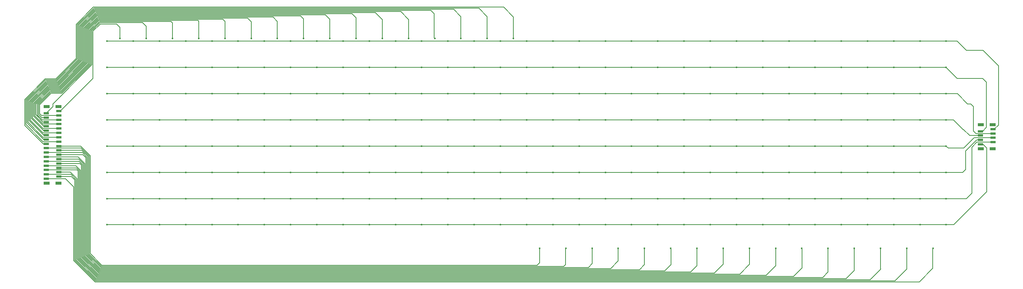
<source format=gbl>
G04 #@! TF.GenerationSoftware,KiCad,Pcbnew,6.0.8+dfsg-1~bpo11+1*
G04 #@! TF.CreationDate,2023-03-24T18:54:49-04:00*
G04 #@! TF.ProjectId,captouch_sensor_interleaved_tight,63617074-6f75-4636-985f-73656e736f72,rev?*
G04 #@! TF.SameCoordinates,Original*
G04 #@! TF.FileFunction,Copper,L2,Bot*
G04 #@! TF.FilePolarity,Positive*
%FSLAX46Y46*%
G04 Gerber Fmt 4.6, Leading zero omitted, Abs format (unit mm)*
G04 Created by KiCad (PCBNEW 6.0.8+dfsg-1~bpo11+1) date 2023-03-24 18:54:49*
%MOMM*%
%LPD*%
G01*
G04 APERTURE LIST*
G04 #@! TA.AperFunction,SMDPad,CuDef*
%ADD10R,1.200000X0.600000*%
G04 #@! TD*
G04 #@! TA.AperFunction,SMDPad,CuDef*
%ADD11R,1.400000X0.800000*%
G04 #@! TD*
G04 #@! TA.AperFunction,ViaPad*
%ADD12C,0.400000*%
G04 #@! TD*
G04 #@! TA.AperFunction,Conductor*
%ADD13C,0.127000*%
G04 #@! TD*
G04 APERTURE END LIST*
D10*
X52125000Y-72625000D03*
X49225000Y-73125000D03*
X52125000Y-73625000D03*
X49225000Y-74125000D03*
X52125000Y-74625000D03*
X49225000Y-75125000D03*
X52125000Y-75625000D03*
X49225000Y-76125000D03*
X52125000Y-76625000D03*
X49225000Y-77125000D03*
X52125000Y-77625000D03*
X49225000Y-78125000D03*
X52125000Y-78625000D03*
X49225000Y-79125000D03*
X52125000Y-79625000D03*
X49225000Y-80125000D03*
X52125000Y-80625000D03*
X49225000Y-81125000D03*
X52125000Y-81625000D03*
X49225000Y-82125000D03*
X52125000Y-82625000D03*
X49225000Y-83125000D03*
X52125000Y-83625000D03*
X49225000Y-84125000D03*
X52125000Y-84625000D03*
X49225000Y-85125000D03*
X52125000Y-85625000D03*
X49225000Y-86125000D03*
X52125000Y-86625000D03*
X49225000Y-87125000D03*
X52125000Y-87625000D03*
X49225000Y-88125000D03*
D11*
X52025000Y-71625000D03*
X49325000Y-71625000D03*
X52025000Y-89125000D03*
X49325000Y-89125000D03*
D10*
X265775000Y-76750000D03*
X262875000Y-77250000D03*
X265775000Y-77750000D03*
X262875000Y-78250000D03*
X265775000Y-78750000D03*
X262875000Y-79250000D03*
X265775000Y-79750000D03*
X262875000Y-80250000D03*
D11*
X265675000Y-75750000D03*
X262975000Y-75750000D03*
X265675000Y-81250000D03*
X262975000Y-81250000D03*
D12*
X105100000Y-56650000D03*
X171100000Y-56650000D03*
X87100000Y-56650000D03*
X243100000Y-56650000D03*
X255050000Y-56650000D03*
X231100000Y-56650000D03*
X153100000Y-56650000D03*
X249100000Y-56650000D03*
X117100000Y-56650000D03*
X129100000Y-56650000D03*
X69100000Y-56650000D03*
X219100000Y-56650000D03*
X201100000Y-56650000D03*
X123100000Y-56650000D03*
X189100000Y-56650000D03*
X177100000Y-56650000D03*
X81100000Y-56650000D03*
X159100000Y-56650000D03*
X141100000Y-56650000D03*
X183100000Y-56650000D03*
X93100000Y-56650000D03*
X213100000Y-56650000D03*
X135100000Y-56650000D03*
X237100000Y-56650000D03*
X99100000Y-56650000D03*
X111100000Y-56650000D03*
X63100000Y-56650000D03*
X207100000Y-56650000D03*
X225100000Y-56650000D03*
X195100000Y-56650000D03*
X165100000Y-56650000D03*
X147100000Y-56650000D03*
X75100000Y-56650000D03*
X147100000Y-62650000D03*
X189100000Y-62650000D03*
X219100000Y-62650000D03*
X255050000Y-62650000D03*
X93100000Y-62650000D03*
X165100000Y-62650000D03*
X231100000Y-62650000D03*
X117100000Y-62650000D03*
X237100000Y-62650000D03*
X123100000Y-62650000D03*
X159100000Y-62650000D03*
X99100000Y-62650000D03*
X201100000Y-62650000D03*
X177100000Y-62650000D03*
X63100000Y-62650000D03*
X183100000Y-62650000D03*
X207100000Y-62650000D03*
X171100000Y-62650000D03*
X213100000Y-62650000D03*
X81100000Y-62650000D03*
X195100000Y-62650000D03*
X243100000Y-62650000D03*
X105100000Y-62650000D03*
X225100000Y-62650000D03*
X153100000Y-62650000D03*
X69100000Y-62650000D03*
X141100000Y-62650000D03*
X129100000Y-62650000D03*
X249100000Y-62650000D03*
X87100000Y-62650000D03*
X75100000Y-62650000D03*
X135100000Y-62650000D03*
X111100000Y-62650000D03*
X255050000Y-68650000D03*
X81100000Y-68650000D03*
X147100000Y-68650000D03*
X189100000Y-68650000D03*
X165100000Y-68650000D03*
X99100000Y-68650000D03*
X177100000Y-68650000D03*
X93100000Y-68650000D03*
X159100000Y-68650000D03*
X243100000Y-68650000D03*
X183100000Y-68650000D03*
X141100000Y-68650000D03*
X123100000Y-68650000D03*
X231100000Y-68650000D03*
X201100000Y-68650000D03*
X69100000Y-68650000D03*
X75100000Y-68650000D03*
X225100000Y-68650000D03*
X117100000Y-68650000D03*
X195100000Y-68650000D03*
X63100000Y-68650000D03*
X129100000Y-68650000D03*
X111100000Y-68650000D03*
X207100000Y-68650000D03*
X171100000Y-68650000D03*
X87100000Y-68650000D03*
X237100000Y-68650000D03*
X105100000Y-68650000D03*
X219100000Y-68650000D03*
X249100000Y-68650000D03*
X153100000Y-68650000D03*
X135100000Y-68650000D03*
X213100000Y-68650000D03*
X141100000Y-74650000D03*
X135100000Y-74650000D03*
X99100000Y-74650000D03*
X183100000Y-74650000D03*
X195100000Y-74650000D03*
X153100000Y-74650000D03*
X237100000Y-74650000D03*
X213100000Y-74650000D03*
X123100000Y-74650000D03*
X159100000Y-74650000D03*
X243100000Y-74650000D03*
X105100000Y-74650000D03*
X231100000Y-74650000D03*
X171100000Y-74650000D03*
X255050000Y-74650000D03*
X219100000Y-74650000D03*
X249100000Y-74650000D03*
X81100000Y-74650000D03*
X63100000Y-74650000D03*
X69100000Y-74650000D03*
X207100000Y-74650000D03*
X117100000Y-74650000D03*
X189100000Y-74650000D03*
X87100000Y-74650000D03*
X225100000Y-74650000D03*
X177100000Y-74650000D03*
X129100000Y-74650000D03*
X93100000Y-74650000D03*
X75100000Y-74650000D03*
X111100000Y-74650000D03*
X147100000Y-74650000D03*
X165100000Y-74650000D03*
X201100000Y-74650000D03*
X255050000Y-80650000D03*
X93100000Y-80650000D03*
X165100000Y-80650000D03*
X249100000Y-80650000D03*
X177100000Y-80650000D03*
X75100000Y-80650000D03*
X69100000Y-80650000D03*
X207100000Y-80650000D03*
X129100000Y-80650000D03*
X195100000Y-80650000D03*
X63100000Y-80650000D03*
X153100000Y-80650000D03*
X201100000Y-80650000D03*
X243100000Y-80650000D03*
X147100000Y-80650000D03*
X159100000Y-80650000D03*
X111100000Y-80650000D03*
X219100000Y-80650000D03*
X81100000Y-80650000D03*
X87100000Y-80650000D03*
X171100000Y-80650000D03*
X117100000Y-80650000D03*
X213100000Y-80650000D03*
X135100000Y-80650000D03*
X225100000Y-80650000D03*
X183100000Y-80650000D03*
X99100000Y-80650000D03*
X231100000Y-80650000D03*
X237100000Y-80650000D03*
X189100000Y-80650000D03*
X105100000Y-80650000D03*
X123100000Y-80650000D03*
X141100000Y-80650000D03*
X99100000Y-86650000D03*
X147100000Y-86650000D03*
X189100000Y-86650000D03*
X201100000Y-86650000D03*
X213100000Y-86650000D03*
X183100000Y-86650000D03*
X129100000Y-86650000D03*
X135100000Y-86650000D03*
X243100000Y-86650000D03*
X207100000Y-86650000D03*
X141100000Y-86650000D03*
X255050000Y-86650000D03*
X93100000Y-86650000D03*
X111100000Y-86650000D03*
X123100000Y-86650000D03*
X153100000Y-86650000D03*
X87100000Y-86650000D03*
X171100000Y-86650000D03*
X75100000Y-86650000D03*
X165100000Y-86650000D03*
X117100000Y-86650000D03*
X249100000Y-86650000D03*
X231100000Y-86650000D03*
X237100000Y-86650000D03*
X63100000Y-86650000D03*
X105100000Y-86650000D03*
X159100000Y-86650000D03*
X225100000Y-86650000D03*
X69100000Y-86650000D03*
X195100000Y-86650000D03*
X219100000Y-86650000D03*
X177100000Y-86650000D03*
X81100000Y-86650000D03*
X135100000Y-92650000D03*
X171100000Y-92650000D03*
X123100000Y-92650000D03*
X195100000Y-92650000D03*
X63100000Y-92650000D03*
X207100000Y-92650000D03*
X219100000Y-92650000D03*
X81100000Y-92650000D03*
X129100000Y-92650000D03*
X111100000Y-92650000D03*
X201100000Y-92650000D03*
X105100000Y-92650000D03*
X99100000Y-92650000D03*
X75100000Y-92650000D03*
X69100000Y-92650000D03*
X93100000Y-92650000D03*
X183100000Y-92650000D03*
X255050000Y-92650000D03*
X189100000Y-92650000D03*
X243100000Y-92650000D03*
X237100000Y-92650000D03*
X249100000Y-92650000D03*
X153100000Y-92650000D03*
X225100000Y-92650000D03*
X117100000Y-92650000D03*
X213100000Y-92650000D03*
X177100000Y-92650000D03*
X87100000Y-92650000D03*
X159100000Y-92650000D03*
X141100000Y-92650000D03*
X165100000Y-92650000D03*
X231100000Y-92650000D03*
X147100000Y-92650000D03*
X135100000Y-98650000D03*
X231100000Y-98650000D03*
X81100000Y-98650000D03*
X165100000Y-98650000D03*
X201100000Y-98650000D03*
X243100000Y-98650000D03*
X225100000Y-98650000D03*
X111100000Y-98650000D03*
X117100000Y-98650000D03*
X93100000Y-98650000D03*
X129100000Y-98650000D03*
X195100000Y-98650000D03*
X237100000Y-98650000D03*
X123100000Y-98650000D03*
X183100000Y-98650000D03*
X207100000Y-98650000D03*
X249100000Y-98650000D03*
X141100000Y-98650000D03*
X177100000Y-98650000D03*
X219100000Y-98650000D03*
X147100000Y-98650000D03*
X63100000Y-98650000D03*
X189100000Y-98650000D03*
X105100000Y-98650000D03*
X159100000Y-98650000D03*
X153100000Y-98650000D03*
X99100000Y-98650000D03*
X213100000Y-98650000D03*
X255050000Y-98650000D03*
X69100000Y-98650000D03*
X171100000Y-98650000D03*
X75100000Y-98650000D03*
X87100000Y-98650000D03*
X66075000Y-56050000D03*
X72075000Y-56050000D03*
X78075000Y-56050000D03*
X84075000Y-56050000D03*
X90075000Y-56050000D03*
X96075000Y-56050000D03*
X102075000Y-56050000D03*
X108075000Y-56050000D03*
X114075000Y-56050000D03*
X120075000Y-56050000D03*
X126075000Y-56050000D03*
X132075000Y-56050000D03*
X138075000Y-56050000D03*
X144075000Y-56050000D03*
X150075000Y-56050000D03*
X156075000Y-56050000D03*
X162050000Y-104000000D03*
X168050000Y-104000000D03*
X174050000Y-104000000D03*
X180050000Y-104000000D03*
X186050000Y-104000000D03*
X192050000Y-104000000D03*
X198050000Y-104000000D03*
X204050000Y-104000000D03*
X210050000Y-104000000D03*
X216050000Y-104000000D03*
X222050000Y-104000000D03*
X228050000Y-104000000D03*
X234050000Y-104000000D03*
X240050000Y-104000000D03*
X246050000Y-104000000D03*
X252050000Y-104000000D03*
D13*
X263500000Y-58775000D02*
X259675000Y-58775000D01*
X255050000Y-56650000D02*
X257550000Y-56650000D01*
X257550000Y-56650000D02*
X259675000Y-58775000D01*
X63100000Y-56650000D02*
X255050000Y-56650000D01*
X266075000Y-76750000D02*
X267025000Y-75800000D01*
X267025000Y-62300000D02*
X263500000Y-58775000D01*
X265775000Y-76750000D02*
X266075000Y-76750000D01*
X267025000Y-75800000D02*
X267025000Y-62300000D01*
X264300000Y-66050000D02*
X264300000Y-76325000D01*
X264300000Y-76325000D02*
X263375000Y-77250000D01*
X63100000Y-62650000D02*
X255050000Y-62650000D01*
X263375000Y-77250000D02*
X262875000Y-77250000D01*
X263400000Y-65150000D02*
X264300000Y-66050000D01*
X257550000Y-65150000D02*
X263400000Y-65150000D01*
X255050000Y-62650000D02*
X257550000Y-65150000D01*
X265775000Y-77750000D02*
X261850000Y-77750000D01*
X261325000Y-71600000D02*
X260700000Y-70975000D01*
X261850000Y-77750000D02*
X261325000Y-77225000D01*
X63100000Y-68650000D02*
X255050000Y-68650000D01*
X257625000Y-68650000D02*
X259950000Y-70975000D01*
X261325000Y-77225000D02*
X261325000Y-71600000D01*
X255050000Y-68650000D02*
X257625000Y-68650000D01*
X260700000Y-70975000D02*
X259950000Y-70975000D01*
X63100000Y-74650000D02*
X255050000Y-74650000D01*
X255050000Y-74650000D02*
X256700000Y-74650000D01*
X262875000Y-78250000D02*
X260450000Y-78250000D01*
X260450000Y-78250000D02*
X259050000Y-76850000D01*
X256700000Y-74650000D02*
X258900000Y-76850000D01*
X259050000Y-76850000D02*
X258900000Y-76850000D01*
X261425000Y-78750000D02*
X265775000Y-78750000D01*
X255050000Y-80650000D02*
X255512500Y-81112500D01*
X255512500Y-81112500D02*
X259062500Y-81112500D01*
X63100000Y-80650000D02*
X255050000Y-80650000D01*
X259062500Y-81112500D02*
X261425000Y-78750000D01*
X259500000Y-86000000D02*
X259500000Y-81775000D01*
X255050000Y-86650000D02*
X258850000Y-86650000D01*
X262025000Y-79250000D02*
X262875000Y-79250000D01*
X259500000Y-81775000D02*
X262025000Y-79250000D01*
X258850000Y-86650000D02*
X259500000Y-86000000D01*
X63100000Y-86650000D02*
X255050000Y-86650000D01*
X259725000Y-92650000D02*
X260950000Y-91425000D01*
X260950000Y-80894000D02*
X262094000Y-79750000D01*
X260950000Y-91425000D02*
X260950000Y-80894000D01*
X255050000Y-92650000D02*
X259725000Y-92650000D01*
X63100000Y-92650000D02*
X255050000Y-92650000D01*
X262094000Y-79750000D02*
X265775000Y-79750000D01*
X63100000Y-98650000D02*
X255050000Y-98650000D01*
X255050000Y-98650000D02*
X256775000Y-98650000D01*
X264325000Y-91100000D02*
X264325000Y-81119000D01*
X256775000Y-98650000D02*
X264325000Y-91100000D01*
X263481000Y-80275000D02*
X262950000Y-80275000D01*
X264325000Y-81119000D02*
X263481000Y-80275000D01*
X61550000Y-52700000D02*
X65325000Y-52700000D01*
X59875000Y-65175000D02*
X59875000Y-54375000D01*
X59875000Y-54375000D02*
X61550000Y-52700000D01*
X66075000Y-53450000D02*
X65325000Y-52700000D01*
X66075000Y-56050000D02*
X66075000Y-53450000D01*
X52425000Y-72625000D02*
X59875000Y-65175000D01*
X52125000Y-72625000D02*
X52425000Y-72625000D01*
X50725000Y-70975000D02*
X59621000Y-62079000D01*
X50725000Y-71625000D02*
X50725000Y-70975000D01*
X59621000Y-54269790D02*
X61465790Y-52425000D01*
X49225000Y-73125000D02*
X50725000Y-71625000D01*
X61465790Y-52425000D02*
X71250000Y-52425000D01*
X72075000Y-56050000D02*
X72075000Y-53250000D01*
X59621000Y-62079000D02*
X59621000Y-54269790D01*
X72075000Y-53250000D02*
X71250000Y-52425000D01*
X52765790Y-68575000D02*
X59367000Y-61973790D01*
X78075000Y-56050000D02*
X78075000Y-52500000D01*
X59367000Y-61973790D02*
X59367000Y-54164580D01*
X48100000Y-73625000D02*
X47700000Y-73225000D01*
X78075000Y-52500000D02*
X77746000Y-52171000D01*
X59367000Y-54164580D02*
X61360580Y-52171000D01*
X52125000Y-73625000D02*
X48100000Y-73625000D01*
X50325000Y-68575000D02*
X52765790Y-68575000D01*
X47700000Y-73225000D02*
X47700000Y-71200000D01*
X47700000Y-71200000D02*
X50325000Y-68575000D01*
X61360580Y-52171000D02*
X77746000Y-52171000D01*
X52660580Y-68321000D02*
X59113000Y-61868580D01*
X59113000Y-54059370D02*
X61255370Y-51917000D01*
X61255370Y-51917000D02*
X83892000Y-51917000D01*
X59113000Y-61868580D02*
X59113000Y-54059370D01*
X48200000Y-74125000D02*
X47446000Y-73371000D01*
X84075000Y-56050000D02*
X84075000Y-52100000D01*
X50219790Y-68321000D02*
X52660580Y-68321000D01*
X47446000Y-73371000D02*
X47446000Y-71094790D01*
X47446000Y-71094790D02*
X50219790Y-68321000D01*
X84075000Y-52100000D02*
X83892000Y-51917000D01*
X49225000Y-74125000D02*
X48200000Y-74125000D01*
X50114580Y-68067000D02*
X47192000Y-70989580D01*
X52555370Y-68067000D02*
X50114580Y-68067000D01*
X47192000Y-70989580D02*
X47192000Y-73517000D01*
X58859000Y-61763370D02*
X52555370Y-68067000D01*
X89563000Y-51663000D02*
X61150160Y-51663000D01*
X61150160Y-51663000D02*
X58859000Y-53954160D01*
X90075000Y-52175000D02*
X89563000Y-51663000D01*
X58859000Y-53954160D02*
X58859000Y-61763370D01*
X90075000Y-56050000D02*
X90075000Y-52175000D01*
X47192000Y-73517000D02*
X48300000Y-74625000D01*
X48300000Y-74625000D02*
X52125000Y-74625000D01*
X96075000Y-56050000D02*
X96075000Y-52250000D01*
X46800000Y-73484210D02*
X48440790Y-75125000D01*
X52450160Y-67813000D02*
X50009370Y-67813000D01*
X48440790Y-75125000D02*
X49225000Y-75125000D01*
X95234000Y-51409000D02*
X61044950Y-51409000D01*
X46800000Y-71022370D02*
X46800000Y-73484210D01*
X58605000Y-61658160D02*
X52450160Y-67813000D01*
X50009370Y-67813000D02*
X46800000Y-71022370D01*
X96075000Y-52250000D02*
X95234000Y-51409000D01*
X58605000Y-53848950D02*
X58605000Y-61658160D01*
X61044950Y-51409000D02*
X58605000Y-53848950D01*
X58351000Y-53743740D02*
X58351000Y-61552950D01*
X46546000Y-70917160D02*
X46546000Y-73727000D01*
X49904160Y-67559000D02*
X46546000Y-70917160D01*
X101080000Y-51155000D02*
X60939740Y-51155000D01*
X102075000Y-56050000D02*
X102075000Y-52150000D01*
X102075000Y-52150000D02*
X101080000Y-51155000D01*
X52344950Y-67559000D02*
X49904160Y-67559000D01*
X46546000Y-73727000D02*
X48444000Y-75625000D01*
X60939740Y-51155000D02*
X58351000Y-53743740D01*
X48444000Y-75625000D02*
X52125000Y-75625000D01*
X58351000Y-61552950D02*
X52344950Y-67559000D01*
X58097000Y-61447740D02*
X52239740Y-67305000D01*
X107401000Y-50901000D02*
X60834530Y-50901000D01*
X108075000Y-56050000D02*
X108075000Y-51575000D01*
X58097000Y-53638530D02*
X58097000Y-61447740D01*
X46292000Y-73832210D02*
X48584790Y-76125000D01*
X108075000Y-51575000D02*
X107401000Y-50901000D01*
X49798950Y-67305000D02*
X46292000Y-70811950D01*
X48584790Y-76125000D02*
X49225000Y-76125000D01*
X60834530Y-50901000D02*
X58097000Y-53638530D01*
X46292000Y-70811950D02*
X46292000Y-73832210D01*
X52239740Y-67305000D02*
X49798950Y-67305000D01*
X60729320Y-50647000D02*
X57843000Y-53533320D01*
X48444000Y-76625000D02*
X52125000Y-76625000D01*
X46038000Y-70706740D02*
X46038000Y-74219000D01*
X57843000Y-61342530D02*
X52134530Y-67051000D01*
X114075000Y-56050000D02*
X114075000Y-51650000D01*
X52134530Y-67051000D02*
X49693740Y-67051000D01*
X113072000Y-50647000D02*
X60729320Y-50647000D01*
X57843000Y-53533320D02*
X57843000Y-61342530D01*
X49693740Y-67051000D02*
X46038000Y-70706740D01*
X46038000Y-74219000D02*
X48444000Y-76625000D01*
X114075000Y-51650000D02*
X113072000Y-50647000D01*
X60624110Y-50393000D02*
X57589000Y-53428110D01*
X120075000Y-51300000D02*
X119168000Y-50393000D01*
X48584790Y-77125000D02*
X49225000Y-77125000D01*
X119168000Y-50393000D02*
X60624110Y-50393000D01*
X57589000Y-53428110D02*
X57589000Y-61237320D01*
X57589000Y-61237320D02*
X52029320Y-66797000D01*
X45784000Y-70601530D02*
X45784000Y-74324210D01*
X49588530Y-66797000D02*
X45784000Y-70601530D01*
X45784000Y-74324210D02*
X48584790Y-77125000D01*
X120075000Y-56050000D02*
X120075000Y-51300000D01*
X52029320Y-66797000D02*
X49588530Y-66797000D01*
X126075000Y-56050000D02*
X126075000Y-51750000D01*
X124464000Y-50139000D02*
X60518900Y-50139000D01*
X57335000Y-61132110D02*
X51924110Y-66543000D01*
X60518900Y-50139000D02*
X57335000Y-53322900D01*
X45530000Y-70496320D02*
X45530000Y-74711000D01*
X49483320Y-66543000D02*
X45530000Y-70496320D01*
X57335000Y-53322900D02*
X57335000Y-61132110D01*
X126075000Y-51750000D02*
X124464000Y-50139000D01*
X51924110Y-66543000D02*
X49483320Y-66543000D01*
X45530000Y-74711000D02*
X48444000Y-77625000D01*
X48444000Y-77625000D02*
X52125000Y-77625000D01*
X130285000Y-49885000D02*
X60413690Y-49885000D01*
X132075000Y-56050000D02*
X132075000Y-51675000D01*
X51818900Y-66289000D02*
X49378110Y-66289000D01*
X45276000Y-74816210D02*
X48584790Y-78125000D01*
X57081000Y-61026900D02*
X51818900Y-66289000D01*
X60413690Y-49885000D02*
X57081000Y-53217690D01*
X48584790Y-78125000D02*
X49225000Y-78125000D01*
X132075000Y-51675000D02*
X130285000Y-49885000D01*
X45276000Y-70391110D02*
X45276000Y-74816210D01*
X49378110Y-66289000D02*
X45276000Y-70391110D01*
X57081000Y-53217690D02*
X57081000Y-61026900D01*
X48444000Y-78625000D02*
X45022000Y-75203000D01*
X49272900Y-66035000D02*
X51713690Y-66035000D01*
X137900000Y-50325000D02*
X137900000Y-55875000D01*
X137900000Y-55875000D02*
X138075000Y-56050000D01*
X52125000Y-78625000D02*
X48444000Y-78625000D01*
X51713690Y-66035000D02*
X56827000Y-60921690D01*
X45022000Y-75203000D02*
X45022000Y-70285900D01*
X60308480Y-49631000D02*
X137206000Y-49631000D01*
X137206000Y-49631000D02*
X137900000Y-50325000D01*
X56827000Y-60921690D02*
X56827000Y-53112480D01*
X56827000Y-53112480D02*
X60308480Y-49631000D01*
X45022000Y-70285900D02*
X49272900Y-66035000D01*
X48584790Y-79125000D02*
X49225000Y-79125000D01*
X51608480Y-65781000D02*
X49167690Y-65781000D01*
X142452000Y-49377000D02*
X60203270Y-49377000D01*
X56573000Y-60816480D02*
X51608480Y-65781000D01*
X44768000Y-75308210D02*
X48584790Y-79125000D01*
X144075000Y-51000000D02*
X142452000Y-49377000D01*
X56573000Y-53007270D02*
X56573000Y-60816480D01*
X44768000Y-70180690D02*
X44768000Y-75308210D01*
X144075000Y-56050000D02*
X144075000Y-51000000D01*
X60203270Y-49377000D02*
X56573000Y-53007270D01*
X49167690Y-65781000D02*
X44768000Y-70180690D01*
X150050000Y-56025000D02*
X150075000Y-56050000D01*
X48444000Y-79625000D02*
X44514000Y-75695000D01*
X150050000Y-51000000D02*
X150050000Y-56025000D01*
X51503270Y-65527000D02*
X56319000Y-60711270D01*
X44514000Y-70075480D02*
X49062480Y-65527000D01*
X49062480Y-65527000D02*
X51503270Y-65527000D01*
X56319000Y-60711270D02*
X56319000Y-52902060D01*
X60098060Y-49123000D02*
X148173000Y-49123000D01*
X56319000Y-52902060D02*
X60098060Y-49123000D01*
X44514000Y-75695000D02*
X44514000Y-70075480D01*
X52125000Y-79625000D02*
X48444000Y-79625000D01*
X148173000Y-49123000D02*
X150050000Y-51000000D01*
X153819000Y-48869000D02*
X156075000Y-51125000D01*
X44260000Y-75887000D02*
X44260000Y-69970270D01*
X49225000Y-80125000D02*
X48498000Y-80125000D01*
X156075000Y-51125000D02*
X156075000Y-56050000D01*
X48957270Y-65273000D02*
X51398060Y-65273000D01*
X48498000Y-80125000D02*
X44260000Y-75887000D01*
X56065000Y-60606060D02*
X56065000Y-52796850D01*
X44260000Y-69970270D02*
X48957270Y-65273000D01*
X59992850Y-48869000D02*
X153819000Y-48869000D01*
X56065000Y-52796850D02*
X59992850Y-48869000D01*
X51398060Y-65273000D02*
X56065000Y-60606060D01*
X59275000Y-105250000D02*
X61925000Y-107900000D01*
X61925000Y-107900000D02*
X161475000Y-107900000D01*
X59275000Y-82850000D02*
X59275000Y-105250000D01*
X57050000Y-80625000D02*
X59275000Y-82850000D01*
X52125000Y-80625000D02*
X57050000Y-80625000D01*
X162050000Y-107325000D02*
X162050000Y-104000000D01*
X161475000Y-107900000D02*
X162050000Y-107325000D01*
X59021000Y-105355210D02*
X61819790Y-108154000D01*
X167975000Y-107725000D02*
X167975000Y-104075000D01*
X61819790Y-108154000D02*
X167546000Y-108154000D01*
X167975000Y-104075000D02*
X168050000Y-104000000D01*
X167546000Y-108154000D02*
X167975000Y-107725000D01*
X59021000Y-82955210D02*
X59021000Y-105355210D01*
X57190790Y-81125000D02*
X59021000Y-82955210D01*
X49225000Y-81125000D02*
X57190790Y-81125000D01*
X52125000Y-81625000D02*
X57331580Y-81625000D01*
X174125000Y-104075000D02*
X174050000Y-104000000D01*
X58767000Y-83060420D02*
X58767000Y-105460420D01*
X173217000Y-108408000D02*
X174125000Y-107500000D01*
X174125000Y-107500000D02*
X174125000Y-104075000D01*
X58767000Y-105460420D02*
X61714580Y-108408000D01*
X57331580Y-81625000D02*
X58767000Y-83060420D01*
X61714580Y-108408000D02*
X173217000Y-108408000D01*
X61609370Y-108662000D02*
X178288000Y-108662000D01*
X178288000Y-108662000D02*
X180050000Y-106900000D01*
X58513000Y-105565630D02*
X61609370Y-108662000D01*
X180050000Y-106900000D02*
X180050000Y-104000000D01*
X49225000Y-82125000D02*
X57472370Y-82125000D01*
X57472370Y-82125000D02*
X58513000Y-83165630D01*
X58513000Y-83165630D02*
X58513000Y-105565630D01*
X58259000Y-83270840D02*
X58259000Y-105670840D01*
X57613160Y-82625000D02*
X58259000Y-83270840D01*
X184934000Y-108916000D02*
X186050000Y-107800000D01*
X61504160Y-108916000D02*
X184934000Y-108916000D01*
X58259000Y-105670840D02*
X61504160Y-108916000D01*
X186050000Y-107800000D02*
X186050000Y-104000000D01*
X52125000Y-82625000D02*
X57613160Y-82625000D01*
X58005000Y-84655000D02*
X58005000Y-105776050D01*
X190705000Y-109170000D02*
X192125000Y-107750000D01*
X56475000Y-83125000D02*
X58005000Y-84655000D01*
X61398950Y-109170000D02*
X190705000Y-109170000D01*
X58005000Y-105776050D02*
X61398950Y-109170000D01*
X192125000Y-104075000D02*
X192050000Y-104000000D01*
X49225000Y-83125000D02*
X56475000Y-83125000D01*
X192125000Y-107750000D02*
X192125000Y-104075000D01*
X198012500Y-108037500D02*
X198012500Y-104037500D01*
X57751000Y-105881260D02*
X61293740Y-109424000D01*
X196626000Y-109424000D02*
X198012500Y-108037500D01*
X52125000Y-83625000D02*
X56615790Y-83625000D01*
X56615790Y-83625000D02*
X57751000Y-84760210D01*
X57751000Y-84760210D02*
X57751000Y-105881260D01*
X198012500Y-104037500D02*
X198050000Y-104000000D01*
X61293740Y-109424000D02*
X196626000Y-109424000D01*
X56756580Y-84125000D02*
X57497000Y-84865420D01*
X49225000Y-84125000D02*
X56756580Y-84125000D01*
X57497000Y-84865420D02*
X57497000Y-105986470D01*
X57497000Y-105986470D02*
X61188530Y-109678000D01*
X204075000Y-104025000D02*
X204050000Y-104000000D01*
X204075000Y-107675000D02*
X204075000Y-104025000D01*
X202072000Y-109678000D02*
X204075000Y-107675000D01*
X61188530Y-109678000D02*
X202072000Y-109678000D01*
X210075000Y-104025000D02*
X210050000Y-104000000D01*
X207843000Y-109932000D02*
X210075000Y-107700000D01*
X57243000Y-84970630D02*
X57243000Y-106091680D01*
X61083320Y-109932000D02*
X207843000Y-109932000D01*
X52125000Y-84625000D02*
X56897370Y-84625000D01*
X210075000Y-107700000D02*
X210075000Y-104025000D01*
X57243000Y-106091680D02*
X61083320Y-109932000D01*
X56897370Y-84625000D02*
X57243000Y-84970630D01*
X216075000Y-108000000D02*
X216075000Y-104025000D01*
X49225000Y-85125000D02*
X55975000Y-85125000D01*
X56989000Y-86139000D02*
X56989000Y-106196890D01*
X216075000Y-104025000D02*
X216050000Y-104000000D01*
X213889000Y-110186000D02*
X216075000Y-108000000D01*
X56989000Y-106196890D02*
X60978110Y-110186000D01*
X55975000Y-85125000D02*
X56989000Y-86139000D01*
X60978110Y-110186000D02*
X213889000Y-110186000D01*
X56735000Y-106302100D02*
X60872900Y-110440000D01*
X60872900Y-110440000D02*
X220185000Y-110440000D01*
X56115790Y-85625000D02*
X56735000Y-86244210D01*
X52125000Y-85625000D02*
X56115790Y-85625000D01*
X222100000Y-104050000D02*
X222050000Y-104000000D01*
X56735000Y-86244210D02*
X56735000Y-106302100D01*
X220185000Y-110440000D02*
X222100000Y-108525000D01*
X222100000Y-108525000D02*
X222100000Y-104050000D01*
X228050000Y-109475000D02*
X226831000Y-110694000D01*
X56481000Y-106407310D02*
X56481000Y-86349420D01*
X56256580Y-86125000D02*
X49225000Y-86125000D01*
X56481000Y-86349420D02*
X56256580Y-86125000D01*
X226831000Y-110694000D02*
X60767690Y-110694000D01*
X228050000Y-104000000D02*
X228050000Y-109475000D01*
X60767690Y-110694000D02*
X56481000Y-106407310D01*
X232177000Y-110948000D02*
X234050000Y-109075000D01*
X54700000Y-86625000D02*
X56227000Y-88152000D01*
X56227000Y-106512520D02*
X60662480Y-110948000D01*
X234050000Y-104000000D02*
X234050000Y-109075000D01*
X52125000Y-86625000D02*
X54700000Y-86625000D01*
X56227000Y-88152000D02*
X56227000Y-106512520D01*
X60662480Y-110948000D02*
X232177000Y-110948000D01*
X240050000Y-104000000D02*
X240050000Y-108725000D01*
X55973000Y-106617730D02*
X60557270Y-111202000D01*
X54840790Y-87125000D02*
X55973000Y-88257210D01*
X55973000Y-88257210D02*
X55973000Y-106617730D01*
X237673000Y-111202000D02*
X240100000Y-108775000D01*
X240050000Y-108725000D02*
X240100000Y-108775000D01*
X49225000Y-87125000D02*
X54840790Y-87125000D01*
X60557270Y-111202000D02*
X237673000Y-111202000D01*
X243344000Y-111456000D02*
X246062500Y-108737500D01*
X55719000Y-88362420D02*
X55719000Y-106722940D01*
X246050000Y-108725000D02*
X246062500Y-108737500D01*
X60452060Y-111456000D02*
X243344000Y-111456000D01*
X54981580Y-87625000D02*
X55719000Y-88362420D01*
X55719000Y-106722940D02*
X60452060Y-111456000D01*
X246050000Y-104000000D02*
X246050000Y-108725000D01*
X52125000Y-87625000D02*
X54981580Y-87625000D01*
X60346850Y-111710000D02*
X248940000Y-111710000D01*
X252025000Y-104025000D02*
X252050000Y-104000000D01*
X252025000Y-108625000D02*
X252025000Y-104025000D01*
X49225000Y-88125000D02*
X53600000Y-88125000D01*
X53600000Y-88125000D02*
X55465000Y-89990000D01*
X55465000Y-106828150D02*
X60346850Y-111710000D01*
X55465000Y-89990000D02*
X55465000Y-106828150D01*
X248940000Y-111710000D02*
X252025000Y-108625000D01*
M02*

</source>
